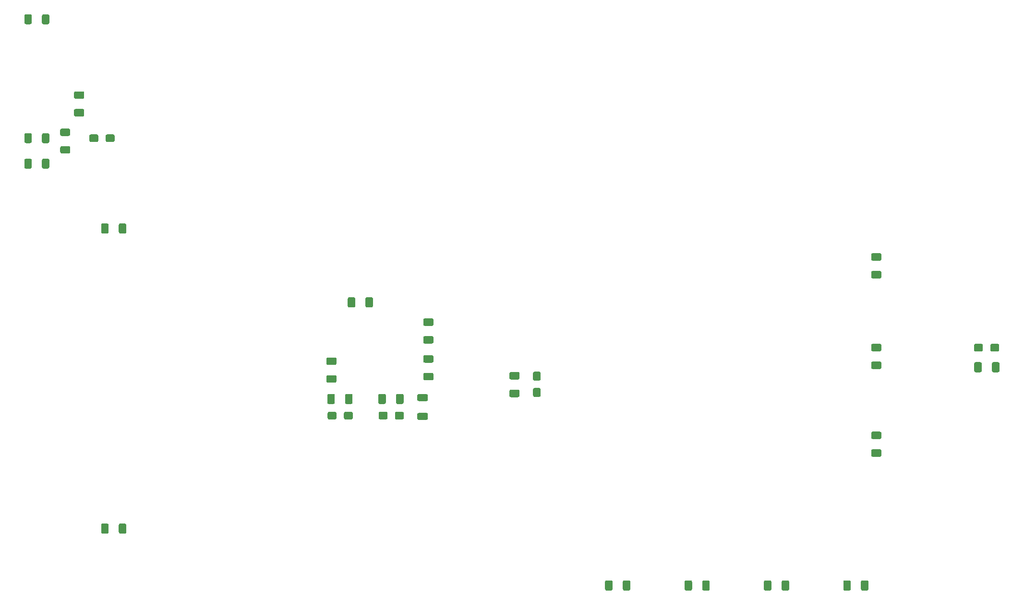
<source format=gbr>
%TF.GenerationSoftware,KiCad,Pcbnew,(5.1.7)-1*%
%TF.CreationDate,2021-02-05T23:52:56+09:00*%
%TF.ProjectId,BLDC_Motor_Controller_Ver2.0A,424c4443-5f4d-46f7-946f-725f436f6e74,Ver 2.0A*%
%TF.SameCoordinates,Original*%
%TF.FileFunction,Paste,Bot*%
%TF.FilePolarity,Positive*%
%FSLAX46Y46*%
G04 Gerber Fmt 4.6, Leading zero omitted, Abs format (unit mm)*
G04 Created by KiCad (PCBNEW (5.1.7)-1) date 2021-02-05 23:52:56*
%MOMM*%
%LPD*%
G01*
G04 APERTURE LIST*
G04 APERTURE END LIST*
%TO.C,C15*%
G36*
G01*
X164042500Y-146349999D02*
X164042500Y-147650001D01*
G75*
G02*
X163792501Y-147900000I-249999J0D01*
G01*
X162967499Y-147900000D01*
G75*
G02*
X162717500Y-147650001I0J249999D01*
G01*
X162717500Y-146349999D01*
G75*
G02*
X162967499Y-146100000I249999J0D01*
G01*
X163792501Y-146100000D01*
G75*
G02*
X164042500Y-146349999I0J-249999D01*
G01*
G37*
G36*
G01*
X167167500Y-146349999D02*
X167167500Y-147650001D01*
G75*
G02*
X166917501Y-147900000I-249999J0D01*
G01*
X166092499Y-147900000D01*
G75*
G02*
X165842500Y-147650001I0J249999D01*
G01*
X165842500Y-146349999D01*
G75*
G02*
X166092499Y-146100000I249999J0D01*
G01*
X166917501Y-146100000D01*
G75*
G02*
X167167500Y-146349999I0J-249999D01*
G01*
G37*
%TD*%
%TO.C,C16*%
G36*
G01*
X181175000Y-146349999D02*
X181175000Y-147650001D01*
G75*
G02*
X180925001Y-147900000I-249999J0D01*
G01*
X180099999Y-147900000D01*
G75*
G02*
X179850000Y-147650001I0J249999D01*
G01*
X179850000Y-146349999D01*
G75*
G02*
X180099999Y-146100000I249999J0D01*
G01*
X180925001Y-146100000D01*
G75*
G02*
X181175000Y-146349999I0J-249999D01*
G01*
G37*
G36*
G01*
X178050000Y-146349999D02*
X178050000Y-147650001D01*
G75*
G02*
X177800001Y-147900000I-249999J0D01*
G01*
X176974999Y-147900000D01*
G75*
G02*
X176725000Y-147650001I0J249999D01*
G01*
X176725000Y-146349999D01*
G75*
G02*
X176974999Y-146100000I249999J0D01*
G01*
X177800001Y-146100000D01*
G75*
G02*
X178050000Y-146349999I0J-249999D01*
G01*
G37*
%TD*%
%TO.C,C17*%
G36*
G01*
X192050000Y-146349999D02*
X192050000Y-147650001D01*
G75*
G02*
X191800001Y-147900000I-249999J0D01*
G01*
X190974999Y-147900000D01*
G75*
G02*
X190725000Y-147650001I0J249999D01*
G01*
X190725000Y-146349999D01*
G75*
G02*
X190974999Y-146100000I249999J0D01*
G01*
X191800001Y-146100000D01*
G75*
G02*
X192050000Y-146349999I0J-249999D01*
G01*
G37*
G36*
G01*
X195175000Y-146349999D02*
X195175000Y-147650001D01*
G75*
G02*
X194925001Y-147900000I-249999J0D01*
G01*
X194099999Y-147900000D01*
G75*
G02*
X193850000Y-147650001I0J249999D01*
G01*
X193850000Y-146349999D01*
G75*
G02*
X194099999Y-146100000I249999J0D01*
G01*
X194925001Y-146100000D01*
G75*
G02*
X195175000Y-146349999I0J-249999D01*
G01*
G37*
%TD*%
%TO.C,C18*%
G36*
G01*
X209167500Y-146349999D02*
X209167500Y-147650001D01*
G75*
G02*
X208917501Y-147900000I-249999J0D01*
G01*
X208092499Y-147900000D01*
G75*
G02*
X207842500Y-147650001I0J249999D01*
G01*
X207842500Y-146349999D01*
G75*
G02*
X208092499Y-146100000I249999J0D01*
G01*
X208917501Y-146100000D01*
G75*
G02*
X209167500Y-146349999I0J-249999D01*
G01*
G37*
G36*
G01*
X206042500Y-146349999D02*
X206042500Y-147650001D01*
G75*
G02*
X205792501Y-147900000I-249999J0D01*
G01*
X204967499Y-147900000D01*
G75*
G02*
X204717500Y-147650001I0J249999D01*
G01*
X204717500Y-146349999D01*
G75*
G02*
X204967499Y-146100000I249999J0D01*
G01*
X205792501Y-146100000D01*
G75*
G02*
X206042500Y-146349999I0J-249999D01*
G01*
G37*
%TD*%
%TO.C,C20*%
G36*
G01*
X115350000Y-116574999D02*
X115350000Y-117425001D01*
G75*
G02*
X115100001Y-117675000I-249999J0D01*
G01*
X114024999Y-117675000D01*
G75*
G02*
X113775000Y-117425001I0J249999D01*
G01*
X113775000Y-116574999D01*
G75*
G02*
X114024999Y-116325000I249999J0D01*
G01*
X115100001Y-116325000D01*
G75*
G02*
X115350000Y-116574999I0J-249999D01*
G01*
G37*
G36*
G01*
X118225000Y-116574999D02*
X118225000Y-117425001D01*
G75*
G02*
X117975001Y-117675000I-249999J0D01*
G01*
X116899999Y-117675000D01*
G75*
G02*
X116650000Y-117425001I0J249999D01*
G01*
X116650000Y-116574999D01*
G75*
G02*
X116899999Y-116325000I249999J0D01*
G01*
X117975001Y-116325000D01*
G75*
G02*
X118225000Y-116574999I0J-249999D01*
G01*
G37*
%TD*%
%TO.C,C21*%
G36*
G01*
X130899999Y-109450000D02*
X132200001Y-109450000D01*
G75*
G02*
X132450000Y-109699999I0J-249999D01*
G01*
X132450000Y-110525001D01*
G75*
G02*
X132200001Y-110775000I-249999J0D01*
G01*
X130899999Y-110775000D01*
G75*
G02*
X130650000Y-110525001I0J249999D01*
G01*
X130650000Y-109699999D01*
G75*
G02*
X130899999Y-109450000I249999J0D01*
G01*
G37*
G36*
G01*
X130899999Y-106325000D02*
X132200001Y-106325000D01*
G75*
G02*
X132450000Y-106574999I0J-249999D01*
G01*
X132450000Y-107400001D01*
G75*
G02*
X132200001Y-107650000I-249999J0D01*
G01*
X130899999Y-107650000D01*
G75*
G02*
X130650000Y-107400001I0J249999D01*
G01*
X130650000Y-106574999D01*
G75*
G02*
X130899999Y-106325000I249999J0D01*
G01*
G37*
%TD*%
%TO.C,C22*%
G36*
G01*
X130899999Y-99825000D02*
X132200001Y-99825000D01*
G75*
G02*
X132450000Y-100074999I0J-249999D01*
G01*
X132450000Y-100900001D01*
G75*
G02*
X132200001Y-101150000I-249999J0D01*
G01*
X130899999Y-101150000D01*
G75*
G02*
X130650000Y-100900001I0J249999D01*
G01*
X130650000Y-100074999D01*
G75*
G02*
X130899999Y-99825000I249999J0D01*
G01*
G37*
G36*
G01*
X130899999Y-102950000D02*
X132200001Y-102950000D01*
G75*
G02*
X132450000Y-103199999I0J-249999D01*
G01*
X132450000Y-104025001D01*
G75*
G02*
X132200001Y-104275000I-249999J0D01*
G01*
X130899999Y-104275000D01*
G75*
G02*
X130650000Y-104025001I0J249999D01*
G01*
X130650000Y-103199999D01*
G75*
G02*
X130899999Y-102950000I249999J0D01*
G01*
G37*
%TD*%
%TO.C,C23*%
G36*
G01*
X117325000Y-97650001D02*
X117325000Y-96349999D01*
G75*
G02*
X117574999Y-96100000I249999J0D01*
G01*
X118400001Y-96100000D01*
G75*
G02*
X118650000Y-96349999I0J-249999D01*
G01*
X118650000Y-97650001D01*
G75*
G02*
X118400001Y-97900000I-249999J0D01*
G01*
X117574999Y-97900000D01*
G75*
G02*
X117325000Y-97650001I0J249999D01*
G01*
G37*
G36*
G01*
X120450000Y-97650001D02*
X120450000Y-96349999D01*
G75*
G02*
X120699999Y-96100000I249999J0D01*
G01*
X121525001Y-96100000D01*
G75*
G02*
X121775000Y-96349999I0J-249999D01*
G01*
X121775000Y-97650001D01*
G75*
G02*
X121525001Y-97900000I-249999J0D01*
G01*
X120699999Y-97900000D01*
G75*
G02*
X120450000Y-97650001I0J249999D01*
G01*
G37*
%TD*%
%TO.C,C24*%
G36*
G01*
X115100001Y-108050000D02*
X113799999Y-108050000D01*
G75*
G02*
X113550000Y-107800001I0J249999D01*
G01*
X113550000Y-106974999D01*
G75*
G02*
X113799999Y-106725000I249999J0D01*
G01*
X115100001Y-106725000D01*
G75*
G02*
X115350000Y-106974999I0J-249999D01*
G01*
X115350000Y-107800001D01*
G75*
G02*
X115100001Y-108050000I-249999J0D01*
G01*
G37*
G36*
G01*
X115100001Y-111175000D02*
X113799999Y-111175000D01*
G75*
G02*
X113550000Y-110925001I0J249999D01*
G01*
X113550000Y-110099999D01*
G75*
G02*
X113799999Y-109850000I249999J0D01*
G01*
X115100001Y-109850000D01*
G75*
G02*
X115350000Y-110099999I0J-249999D01*
G01*
X115350000Y-110925001D01*
G75*
G02*
X115100001Y-111175000I-249999J0D01*
G01*
G37*
%TD*%
%TO.C,C25*%
G36*
G01*
X118175000Y-113399999D02*
X118175000Y-114700001D01*
G75*
G02*
X117925001Y-114950000I-249999J0D01*
G01*
X117099999Y-114950000D01*
G75*
G02*
X116850000Y-114700001I0J249999D01*
G01*
X116850000Y-113399999D01*
G75*
G02*
X117099999Y-113150000I249999J0D01*
G01*
X117925001Y-113150000D01*
G75*
G02*
X118175000Y-113399999I0J-249999D01*
G01*
G37*
G36*
G01*
X115050000Y-113399999D02*
X115050000Y-114700001D01*
G75*
G02*
X114800001Y-114950000I-249999J0D01*
G01*
X113974999Y-114950000D01*
G75*
G02*
X113725000Y-114700001I0J249999D01*
G01*
X113725000Y-113399999D01*
G75*
G02*
X113974999Y-113150000I249999J0D01*
G01*
X114800001Y-113150000D01*
G75*
G02*
X115050000Y-113399999I0J-249999D01*
G01*
G37*
%TD*%
%TO.C,C28*%
G36*
G01*
X124050000Y-113399999D02*
X124050000Y-114700001D01*
G75*
G02*
X123800001Y-114950000I-249999J0D01*
G01*
X122974999Y-114950000D01*
G75*
G02*
X122725000Y-114700001I0J249999D01*
G01*
X122725000Y-113399999D01*
G75*
G02*
X122974999Y-113150000I249999J0D01*
G01*
X123800001Y-113150000D01*
G75*
G02*
X124050000Y-113399999I0J-249999D01*
G01*
G37*
G36*
G01*
X127175000Y-113399999D02*
X127175000Y-114700001D01*
G75*
G02*
X126925001Y-114950000I-249999J0D01*
G01*
X126099999Y-114950000D01*
G75*
G02*
X125850000Y-114700001I0J249999D01*
G01*
X125850000Y-113399999D01*
G75*
G02*
X126099999Y-113150000I249999J0D01*
G01*
X126925001Y-113150000D01*
G75*
G02*
X127175000Y-113399999I0J-249999D01*
G01*
G37*
%TD*%
%TO.C,C29*%
G36*
G01*
X127225000Y-116574999D02*
X127225000Y-117425001D01*
G75*
G02*
X126975001Y-117675000I-249999J0D01*
G01*
X125899999Y-117675000D01*
G75*
G02*
X125650000Y-117425001I0J249999D01*
G01*
X125650000Y-116574999D01*
G75*
G02*
X125899999Y-116325000I249999J0D01*
G01*
X126975001Y-116325000D01*
G75*
G02*
X127225000Y-116574999I0J-249999D01*
G01*
G37*
G36*
G01*
X124350000Y-116574999D02*
X124350000Y-117425001D01*
G75*
G02*
X124100001Y-117675000I-249999J0D01*
G01*
X123024999Y-117675000D01*
G75*
G02*
X122775000Y-117425001I0J249999D01*
G01*
X122775000Y-116574999D01*
G75*
G02*
X123024999Y-116325000I249999J0D01*
G01*
X124100001Y-116325000D01*
G75*
G02*
X124350000Y-116574999I0J-249999D01*
G01*
G37*
%TD*%
%TO.C,C46*%
G36*
G01*
X150254999Y-112120000D02*
X151105001Y-112120000D01*
G75*
G02*
X151355000Y-112369999I0J-249999D01*
G01*
X151355000Y-113445001D01*
G75*
G02*
X151105001Y-113695000I-249999J0D01*
G01*
X150254999Y-113695000D01*
G75*
G02*
X150005000Y-113445001I0J249999D01*
G01*
X150005000Y-112369999D01*
G75*
G02*
X150254999Y-112120000I249999J0D01*
G01*
G37*
G36*
G01*
X150254999Y-109245000D02*
X151105001Y-109245000D01*
G75*
G02*
X151355000Y-109494999I0J-249999D01*
G01*
X151355000Y-110570001D01*
G75*
G02*
X151105001Y-110820000I-249999J0D01*
G01*
X150254999Y-110820000D01*
G75*
G02*
X150005000Y-110570001I0J249999D01*
G01*
X150005000Y-109494999D01*
G75*
G02*
X150254999Y-109245000I249999J0D01*
G01*
G37*
%TD*%
%TO.C,C48*%
G36*
G01*
X76950000Y-84600001D02*
X76950000Y-83299999D01*
G75*
G02*
X77199999Y-83050000I249999J0D01*
G01*
X78025001Y-83050000D01*
G75*
G02*
X78275000Y-83299999I0J-249999D01*
G01*
X78275000Y-84600001D01*
G75*
G02*
X78025001Y-84850000I-249999J0D01*
G01*
X77199999Y-84850000D01*
G75*
G02*
X76950000Y-84600001I0J249999D01*
G01*
G37*
G36*
G01*
X73825000Y-84600001D02*
X73825000Y-83299999D01*
G75*
G02*
X74074999Y-83050000I249999J0D01*
G01*
X74900001Y-83050000D01*
G75*
G02*
X75150000Y-83299999I0J-249999D01*
G01*
X75150000Y-84600001D01*
G75*
G02*
X74900001Y-84850000I-249999J0D01*
G01*
X74074999Y-84850000D01*
G75*
G02*
X73825000Y-84600001I0J249999D01*
G01*
G37*
%TD*%
%TO.C,C49*%
G36*
G01*
X209899999Y-91450000D02*
X211200001Y-91450000D01*
G75*
G02*
X211450000Y-91699999I0J-249999D01*
G01*
X211450000Y-92525001D01*
G75*
G02*
X211200001Y-92775000I-249999J0D01*
G01*
X209899999Y-92775000D01*
G75*
G02*
X209650000Y-92525001I0J249999D01*
G01*
X209650000Y-91699999D01*
G75*
G02*
X209899999Y-91450000I249999J0D01*
G01*
G37*
G36*
G01*
X209899999Y-88325000D02*
X211200001Y-88325000D01*
G75*
G02*
X211450000Y-88574999I0J-249999D01*
G01*
X211450000Y-89400001D01*
G75*
G02*
X211200001Y-89650000I-249999J0D01*
G01*
X209899999Y-89650000D01*
G75*
G02*
X209650000Y-89400001I0J249999D01*
G01*
X209650000Y-88574999D01*
G75*
G02*
X209899999Y-88325000I249999J0D01*
G01*
G37*
%TD*%
%TO.C,C50*%
G36*
G01*
X76950000Y-137600001D02*
X76950000Y-136299999D01*
G75*
G02*
X77199999Y-136050000I249999J0D01*
G01*
X78025001Y-136050000D01*
G75*
G02*
X78275000Y-136299999I0J-249999D01*
G01*
X78275000Y-137600001D01*
G75*
G02*
X78025001Y-137850000I-249999J0D01*
G01*
X77199999Y-137850000D01*
G75*
G02*
X76950000Y-137600001I0J249999D01*
G01*
G37*
G36*
G01*
X73825000Y-137600001D02*
X73825000Y-136299999D01*
G75*
G02*
X74074999Y-136050000I249999J0D01*
G01*
X74900001Y-136050000D01*
G75*
G02*
X75150000Y-136299999I0J-249999D01*
G01*
X75150000Y-137600001D01*
G75*
G02*
X74900001Y-137850000I-249999J0D01*
G01*
X74074999Y-137850000D01*
G75*
G02*
X73825000Y-137600001I0J249999D01*
G01*
G37*
%TD*%
%TO.C,C51*%
G36*
G01*
X209899999Y-104325000D02*
X211200001Y-104325000D01*
G75*
G02*
X211450000Y-104574999I0J-249999D01*
G01*
X211450000Y-105400001D01*
G75*
G02*
X211200001Y-105650000I-249999J0D01*
G01*
X209899999Y-105650000D01*
G75*
G02*
X209650000Y-105400001I0J249999D01*
G01*
X209650000Y-104574999D01*
G75*
G02*
X209899999Y-104325000I249999J0D01*
G01*
G37*
G36*
G01*
X209899999Y-107450000D02*
X211200001Y-107450000D01*
G75*
G02*
X211450000Y-107699999I0J-249999D01*
G01*
X211450000Y-108525001D01*
G75*
G02*
X211200001Y-108775000I-249999J0D01*
G01*
X209899999Y-108775000D01*
G75*
G02*
X209650000Y-108525001I0J249999D01*
G01*
X209650000Y-107699999D01*
G75*
G02*
X209899999Y-107450000I249999J0D01*
G01*
G37*
%TD*%
%TO.C,C52*%
G36*
G01*
X146079999Y-109295000D02*
X147380001Y-109295000D01*
G75*
G02*
X147630000Y-109544999I0J-249999D01*
G01*
X147630000Y-110370001D01*
G75*
G02*
X147380001Y-110620000I-249999J0D01*
G01*
X146079999Y-110620000D01*
G75*
G02*
X145830000Y-110370001I0J249999D01*
G01*
X145830000Y-109544999D01*
G75*
G02*
X146079999Y-109295000I249999J0D01*
G01*
G37*
G36*
G01*
X146079999Y-112420000D02*
X147380001Y-112420000D01*
G75*
G02*
X147630000Y-112669999I0J-249999D01*
G01*
X147630000Y-113495001D01*
G75*
G02*
X147380001Y-113745000I-249999J0D01*
G01*
X146079999Y-113745000D01*
G75*
G02*
X145830000Y-113495001I0J249999D01*
G01*
X145830000Y-112669999D01*
G75*
G02*
X146079999Y-112420000I249999J0D01*
G01*
G37*
%TD*%
%TO.C,C53*%
G36*
G01*
X209899999Y-122950000D02*
X211200001Y-122950000D01*
G75*
G02*
X211450000Y-123199999I0J-249999D01*
G01*
X211450000Y-124025001D01*
G75*
G02*
X211200001Y-124275000I-249999J0D01*
G01*
X209899999Y-124275000D01*
G75*
G02*
X209650000Y-124025001I0J249999D01*
G01*
X209650000Y-123199999D01*
G75*
G02*
X209899999Y-122950000I249999J0D01*
G01*
G37*
G36*
G01*
X209899999Y-119825000D02*
X211200001Y-119825000D01*
G75*
G02*
X211450000Y-120074999I0J-249999D01*
G01*
X211450000Y-120900001D01*
G75*
G02*
X211200001Y-121150000I-249999J0D01*
G01*
X209899999Y-121150000D01*
G75*
G02*
X209650000Y-120900001I0J249999D01*
G01*
X209650000Y-120074999D01*
G75*
G02*
X209899999Y-119825000I249999J0D01*
G01*
G37*
%TD*%
%TO.C,C55*%
G36*
G01*
X230650000Y-105425001D02*
X230650000Y-104574999D01*
G75*
G02*
X230899999Y-104325000I249999J0D01*
G01*
X231975001Y-104325000D01*
G75*
G02*
X232225000Y-104574999I0J-249999D01*
G01*
X232225000Y-105425001D01*
G75*
G02*
X231975001Y-105675000I-249999J0D01*
G01*
X230899999Y-105675000D01*
G75*
G02*
X230650000Y-105425001I0J249999D01*
G01*
G37*
G36*
G01*
X227775000Y-105425001D02*
X227775000Y-104574999D01*
G75*
G02*
X228024999Y-104325000I249999J0D01*
G01*
X229100001Y-104325000D01*
G75*
G02*
X229350000Y-104574999I0J-249999D01*
G01*
X229350000Y-105425001D01*
G75*
G02*
X229100001Y-105675000I-249999J0D01*
G01*
X228024999Y-105675000D01*
G75*
G02*
X227775000Y-105425001I0J249999D01*
G01*
G37*
%TD*%
%TO.C,C57*%
G36*
G01*
X230950000Y-109100001D02*
X230950000Y-107799999D01*
G75*
G02*
X231199999Y-107550000I249999J0D01*
G01*
X232025001Y-107550000D01*
G75*
G02*
X232275000Y-107799999I0J-249999D01*
G01*
X232275000Y-109100001D01*
G75*
G02*
X232025001Y-109350000I-249999J0D01*
G01*
X231199999Y-109350000D01*
G75*
G02*
X230950000Y-109100001I0J249999D01*
G01*
G37*
G36*
G01*
X227825000Y-109100001D02*
X227825000Y-107799999D01*
G75*
G02*
X228074999Y-107550000I249999J0D01*
G01*
X228900001Y-107550000D01*
G75*
G02*
X229150000Y-107799999I0J-249999D01*
G01*
X229150000Y-109100001D01*
G75*
G02*
X228900001Y-109350000I-249999J0D01*
G01*
X228074999Y-109350000D01*
G75*
G02*
X227825000Y-109100001I0J249999D01*
G01*
G37*
%TD*%
%TO.C,C59*%
G36*
G01*
X70600001Y-61050000D02*
X69299999Y-61050000D01*
G75*
G02*
X69050000Y-60800001I0J249999D01*
G01*
X69050000Y-59974999D01*
G75*
G02*
X69299999Y-59725000I249999J0D01*
G01*
X70600001Y-59725000D01*
G75*
G02*
X70850000Y-59974999I0J-249999D01*
G01*
X70850000Y-60800001D01*
G75*
G02*
X70600001Y-61050000I-249999J0D01*
G01*
G37*
G36*
G01*
X70600001Y-64175000D02*
X69299999Y-64175000D01*
G75*
G02*
X69050000Y-63925001I0J249999D01*
G01*
X69050000Y-63099999D01*
G75*
G02*
X69299999Y-62850000I249999J0D01*
G01*
X70600001Y-62850000D01*
G75*
G02*
X70850000Y-63099999I0J-249999D01*
G01*
X70850000Y-63925001D01*
G75*
G02*
X70600001Y-64175000I-249999J0D01*
G01*
G37*
%TD*%
%TO.C,C63*%
G36*
G01*
X74637500Y-68425001D02*
X74637500Y-67574999D01*
G75*
G02*
X74887499Y-67325000I249999J0D01*
G01*
X75962501Y-67325000D01*
G75*
G02*
X76212500Y-67574999I0J-249999D01*
G01*
X76212500Y-68425001D01*
G75*
G02*
X75962501Y-68675000I-249999J0D01*
G01*
X74887499Y-68675000D01*
G75*
G02*
X74637500Y-68425001I0J249999D01*
G01*
G37*
G36*
G01*
X71762500Y-68425001D02*
X71762500Y-67574999D01*
G75*
G02*
X72012499Y-67325000I249999J0D01*
G01*
X73087501Y-67325000D01*
G75*
G02*
X73337500Y-67574999I0J-249999D01*
G01*
X73337500Y-68425001D01*
G75*
G02*
X73087501Y-68675000I-249999J0D01*
G01*
X72012499Y-68675000D01*
G75*
G02*
X71762500Y-68425001I0J249999D01*
G01*
G37*
%TD*%
%TO.C,L3*%
G36*
G01*
X131225000Y-117750000D02*
X129825000Y-117750000D01*
G75*
G02*
X129575000Y-117500000I0J250000D01*
G01*
X129575000Y-116775000D01*
G75*
G02*
X129825000Y-116525000I250000J0D01*
G01*
X131225000Y-116525000D01*
G75*
G02*
X131475000Y-116775000I0J-250000D01*
G01*
X131475000Y-117500000D01*
G75*
G02*
X131225000Y-117750000I-250000J0D01*
G01*
G37*
G36*
G01*
X131225000Y-114425000D02*
X129825000Y-114425000D01*
G75*
G02*
X129575000Y-114175000I0J250000D01*
G01*
X129575000Y-113450000D01*
G75*
G02*
X129825000Y-113200000I250000J0D01*
G01*
X131225000Y-113200000D01*
G75*
G02*
X131475000Y-113450000I0J-250000D01*
G01*
X131475000Y-114175000D01*
G75*
G02*
X131225000Y-114425000I-250000J0D01*
G01*
G37*
%TD*%
%TO.C,R27*%
G36*
G01*
X61600000Y-46375000D02*
X61600000Y-47625000D01*
G75*
G02*
X61350000Y-47875000I-250000J0D01*
G01*
X60550000Y-47875000D01*
G75*
G02*
X60300000Y-47625000I0J250000D01*
G01*
X60300000Y-46375000D01*
G75*
G02*
X60550000Y-46125000I250000J0D01*
G01*
X61350000Y-46125000D01*
G75*
G02*
X61600000Y-46375000I0J-250000D01*
G01*
G37*
G36*
G01*
X64700000Y-46375000D02*
X64700000Y-47625000D01*
G75*
G02*
X64450000Y-47875000I-250000J0D01*
G01*
X63650000Y-47875000D01*
G75*
G02*
X63400000Y-47625000I0J250000D01*
G01*
X63400000Y-46375000D01*
G75*
G02*
X63650000Y-46125000I250000J0D01*
G01*
X64450000Y-46125000D01*
G75*
G02*
X64700000Y-46375000I0J-250000D01*
G01*
G37*
%TD*%
%TO.C,R28*%
G36*
G01*
X61600000Y-71875000D02*
X61600000Y-73125000D01*
G75*
G02*
X61350000Y-73375000I-250000J0D01*
G01*
X60550000Y-73375000D01*
G75*
G02*
X60300000Y-73125000I0J250000D01*
G01*
X60300000Y-71875000D01*
G75*
G02*
X60550000Y-71625000I250000J0D01*
G01*
X61350000Y-71625000D01*
G75*
G02*
X61600000Y-71875000I0J-250000D01*
G01*
G37*
G36*
G01*
X64700000Y-71875000D02*
X64700000Y-73125000D01*
G75*
G02*
X64450000Y-73375000I-250000J0D01*
G01*
X63650000Y-73375000D01*
G75*
G02*
X63400000Y-73125000I0J250000D01*
G01*
X63400000Y-71875000D01*
G75*
G02*
X63650000Y-71625000I250000J0D01*
G01*
X64450000Y-71625000D01*
G75*
G02*
X64700000Y-71875000I0J-250000D01*
G01*
G37*
%TD*%
%TO.C,R29*%
G36*
G01*
X61600000Y-67375000D02*
X61600000Y-68625000D01*
G75*
G02*
X61350000Y-68875000I-250000J0D01*
G01*
X60550000Y-68875000D01*
G75*
G02*
X60300000Y-68625000I0J250000D01*
G01*
X60300000Y-67375000D01*
G75*
G02*
X60550000Y-67125000I250000J0D01*
G01*
X61350000Y-67125000D01*
G75*
G02*
X61600000Y-67375000I0J-250000D01*
G01*
G37*
G36*
G01*
X64700000Y-67375000D02*
X64700000Y-68625000D01*
G75*
G02*
X64450000Y-68875000I-250000J0D01*
G01*
X63650000Y-68875000D01*
G75*
G02*
X63400000Y-68625000I0J250000D01*
G01*
X63400000Y-67375000D01*
G75*
G02*
X63650000Y-67125000I250000J0D01*
G01*
X64450000Y-67125000D01*
G75*
G02*
X64700000Y-67375000I0J-250000D01*
G01*
G37*
%TD*%
%TO.C,R30*%
G36*
G01*
X66875000Y-69400000D02*
X68125000Y-69400000D01*
G75*
G02*
X68375000Y-69650000I0J-250000D01*
G01*
X68375000Y-70450000D01*
G75*
G02*
X68125000Y-70700000I-250000J0D01*
G01*
X66875000Y-70700000D01*
G75*
G02*
X66625000Y-70450000I0J250000D01*
G01*
X66625000Y-69650000D01*
G75*
G02*
X66875000Y-69400000I250000J0D01*
G01*
G37*
G36*
G01*
X66875000Y-66300000D02*
X68125000Y-66300000D01*
G75*
G02*
X68375000Y-66550000I0J-250000D01*
G01*
X68375000Y-67350000D01*
G75*
G02*
X68125000Y-67600000I-250000J0D01*
G01*
X66875000Y-67600000D01*
G75*
G02*
X66625000Y-67350000I0J250000D01*
G01*
X66625000Y-66550000D01*
G75*
G02*
X66875000Y-66300000I250000J0D01*
G01*
G37*
%TD*%
M02*

</source>
